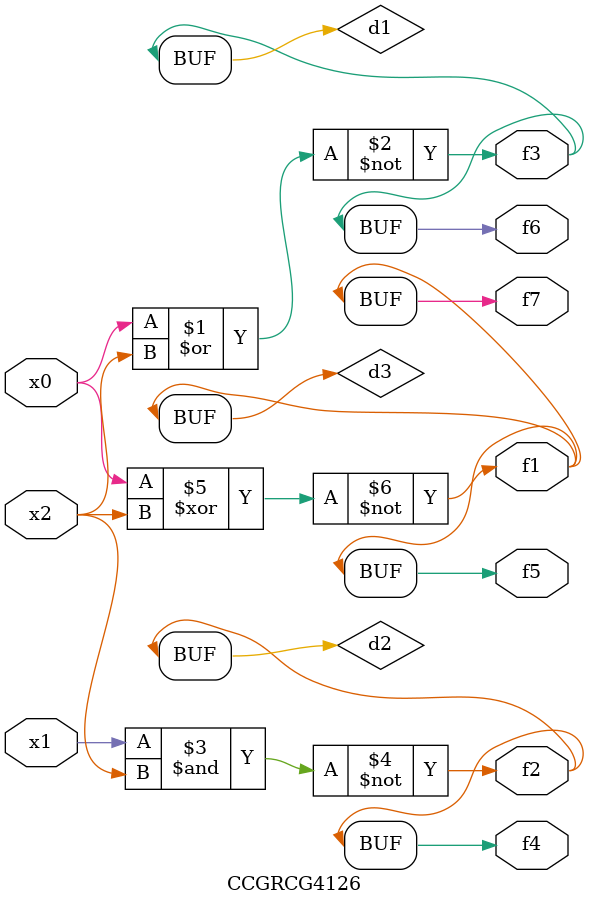
<source format=v>
module CCGRCG4126(
	input x0, x1, x2,
	output f1, f2, f3, f4, f5, f6, f7
);

	wire d1, d2, d3;

	nor (d1, x0, x2);
	nand (d2, x1, x2);
	xnor (d3, x0, x2);
	assign f1 = d3;
	assign f2 = d2;
	assign f3 = d1;
	assign f4 = d2;
	assign f5 = d3;
	assign f6 = d1;
	assign f7 = d3;
endmodule

</source>
